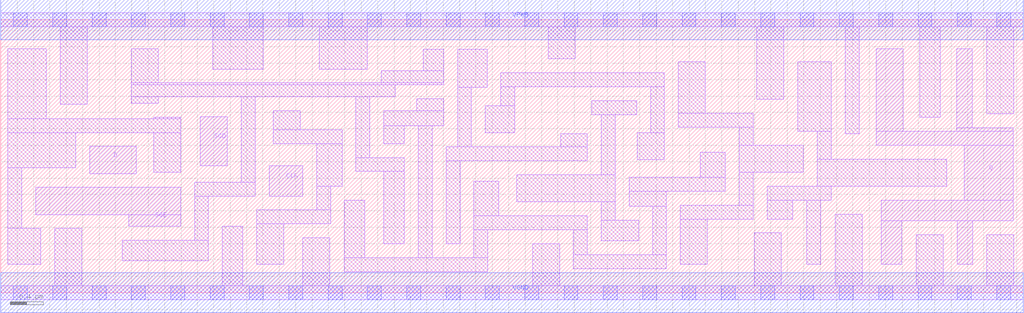
<source format=lef>
# Copyright 2020 The SkyWater PDK Authors
#
# Licensed under the Apache License, Version 2.0 (the "License");
# you may not use this file except in compliance with the License.
# You may obtain a copy of the License at
#
#     https://www.apache.org/licenses/LICENSE-2.0
#
# Unless required by applicable law or agreed to in writing, software
# distributed under the License is distributed on an "AS IS" BASIS,
# WITHOUT WARRANTIES OR CONDITIONS OF ANY KIND, either express or implied.
# See the License for the specific language governing permissions and
# limitations under the License.
#
# SPDX-License-Identifier: Apache-2.0

VERSION 5.7 ;
  NAMESCASESENSITIVE ON ;
  NOWIREEXTENSIONATPIN ON ;
  DIVIDERCHAR "/" ;
  BUSBITCHARS "[]" ;
UNITS
  DATABASE MICRONS 200 ;
END UNITS
MACRO sky130_fd_sc_ls__sdfxtp_4
  CLASS CORE ;
  SOURCE USER ;
  FOREIGN sky130_fd_sc_ls__sdfxtp_4 ;
  ORIGIN  0.000000  0.000000 ;
  SIZE  12.48000 BY  3.330000 ;
  SYMMETRY X Y ;
  SITE unit ;
  PIN D
    ANTENNAGATEAREA  0.159000 ;
    DIRECTION INPUT ;
    USE SIGNAL ;
    PORT
      LAYER li1 ;
        RECT 1.085000 1.455000 1.655000 1.785000 ;
    END
  END D
  PIN Q
    ANTENNADIFFAREA  1.149300 ;
    DIRECTION OUTPUT ;
    USE SIGNAL ;
    PORT
      LAYER li1 ;
        RECT 10.685000 1.800000 12.355000 1.970000 ;
        RECT 10.685000 1.970000 11.015000 2.980000 ;
        RECT 10.745000 0.350000 10.995000 0.880000 ;
        RECT 10.745000 0.880000 12.355000 1.130000 ;
        RECT 11.665000 1.970000 12.355000 2.015000 ;
        RECT 11.665000 2.015000 11.855000 2.980000 ;
        RECT 11.675000 0.350000 11.865000 0.880000 ;
        RECT 11.760000 1.130000 12.355000 1.800000 ;
    END
  END Q
  PIN SCD
    ANTENNAGATEAREA  0.159000 ;
    DIRECTION INPUT ;
    USE SIGNAL ;
    PORT
      LAYER li1 ;
        RECT 2.435000 1.550000 2.765000 2.150000 ;
    END
  END SCD
  PIN SCE
    ANTENNAGATEAREA  0.318000 ;
    DIRECTION INPUT ;
    USE SIGNAL ;
    PORT
      LAYER li1 ;
        RECT 0.425000 0.955000 2.195000 1.285000 ;
        RECT 1.565000 0.810000 2.195000 0.955000 ;
    END
  END SCE
  PIN CLK
    ANTENNAGATEAREA  0.279000 ;
    DIRECTION INPUT ;
    USE CLOCK ;
    PORT
      LAYER li1 ;
        RECT 3.275000 1.180000 3.685000 1.550000 ;
    END
  END CLK
  PIN VGND
    DIRECTION INOUT ;
    SHAPE ABUTMENT ;
    USE GROUND ;
    PORT
      LAYER met1 ;
        RECT 0.000000 -0.245000 12.480000 0.245000 ;
    END
  END VGND
  PIN VPWR
    DIRECTION INOUT ;
    SHAPE ABUTMENT ;
    USE POWER ;
    PORT
      LAYER met1 ;
        RECT 0.000000 3.085000 12.480000 3.575000 ;
    END
  END VPWR
  OBS
    LAYER li1 ;
      RECT  0.000000 -0.085000 12.480000 0.085000 ;
      RECT  0.000000  3.245000 12.480000 3.415000 ;
      RECT  0.085000  0.350000  0.490000 0.785000 ;
      RECT  0.085000  0.785000  0.255000 1.525000 ;
      RECT  0.085000  1.525000  0.915000 1.955000 ;
      RECT  0.085000  1.955000  2.195000 2.125000 ;
      RECT  0.085000  2.125000  0.555000 2.980000 ;
      RECT  0.660000  0.085000  0.990000 0.785000 ;
      RECT  0.725000  2.300000  1.055000 3.245000 ;
      RECT  1.480000  0.390000  2.535000 0.640000 ;
      RECT  1.595000  2.310000  1.925000 2.390000 ;
      RECT  1.595000  2.390000  4.815000 2.540000 ;
      RECT  1.595000  2.540000  5.405000 2.560000 ;
      RECT  1.595000  2.560000  1.925000 2.980000 ;
      RECT  1.865000  1.470000  2.195000 1.955000 ;
      RECT  1.865000  2.125000  2.195000 2.140000 ;
      RECT  2.365000  0.640000  2.535000 1.180000 ;
      RECT  2.365000  1.180000  3.105000 1.350000 ;
      RECT  2.585000  2.730000  3.205000 3.245000 ;
      RECT  2.705000  0.085000  2.955000 0.810000 ;
      RECT  2.935000  1.350000  3.105000 2.390000 ;
      RECT  3.125000  0.350000  3.455000 0.840000 ;
      RECT  3.125000  0.840000  4.025000 1.010000 ;
      RECT  3.325000  1.820000  4.165000 1.990000 ;
      RECT  3.325000  1.990000  3.655000 2.220000 ;
      RECT  3.685000  0.085000  4.015000 0.670000 ;
      RECT  3.855000  1.010000  4.025000 1.300000 ;
      RECT  3.855000  1.300000  4.165000 1.820000 ;
      RECT  3.885000  2.730000  4.475000 3.245000 ;
      RECT  4.195000  0.255000  5.945000 0.425000 ;
      RECT  4.195000  0.425000  4.445000 1.130000 ;
      RECT  4.335000  1.480000  4.925000 1.650000 ;
      RECT  4.335000  1.650000  4.505000 2.390000 ;
      RECT  4.645000  2.560000  5.405000 2.710000 ;
      RECT  4.675000  0.595000  4.925000 1.480000 ;
      RECT  4.675000  1.820000  4.925000 2.040000 ;
      RECT  4.675000  2.040000  5.405000 2.220000 ;
      RECT  5.075000  2.220000  5.405000 2.370000 ;
      RECT  5.095000  0.425000  5.265000 2.040000 ;
      RECT  5.155000  2.710000  5.405000 2.970000 ;
      RECT  5.435000  0.595000  5.605000 1.610000 ;
      RECT  5.435000  1.610000  7.160000 1.780000 ;
      RECT  5.575000  1.780000  5.745000 2.510000 ;
      RECT  5.575000  2.510000  5.935000 2.970000 ;
      RECT  5.775000  0.425000  5.945000 0.770000 ;
      RECT  5.775000  0.770000  7.160000 0.940000 ;
      RECT  5.775000  0.940000  6.075000 1.360000 ;
      RECT  5.915000  1.950000  6.275000 2.280000 ;
      RECT  6.105000  2.280000  6.275000 2.515000 ;
      RECT  6.105000  2.515000  8.100000 2.685000 ;
      RECT  6.295000  1.110000  7.500000 1.440000 ;
      RECT  6.490000  0.085000  6.820000 0.600000 ;
      RECT  6.680000  2.855000  7.010000 3.245000 ;
      RECT  6.835000  1.780000  7.160000 1.940000 ;
      RECT  6.990000  0.295000  8.125000 0.465000 ;
      RECT  6.990000  0.465000  7.160000 0.770000 ;
      RECT  7.215000  2.175000  7.760000 2.345000 ;
      RECT  7.330000  0.635000  7.785000 0.885000 ;
      RECT  7.330000  0.885000  7.500000 1.110000 ;
      RECT  7.330000  1.440000  7.500000 2.175000 ;
      RECT  7.670000  1.055000  8.125000 1.240000 ;
      RECT  7.670000  1.240000  8.845000 1.410000 ;
      RECT  7.770000  1.625000  8.100000 1.955000 ;
      RECT  7.930000  1.955000  8.100000 2.515000 ;
      RECT  7.955000  0.465000  8.125000 1.055000 ;
      RECT  8.270000  2.020000  9.185000 2.190000 ;
      RECT  8.270000  2.190000  8.600000 2.820000 ;
      RECT  8.295000  0.350000  8.625000 0.900000 ;
      RECT  8.295000  0.900000  9.185000 1.070000 ;
      RECT  8.535000  1.410000  8.845000 1.715000 ;
      RECT  9.015000  1.070000  9.185000 1.470000 ;
      RECT  9.015000  1.470000  9.795000 1.800000 ;
      RECT  9.015000  1.800000  9.185000 2.020000 ;
      RECT  9.195000  0.085000  9.525000 0.730000 ;
      RECT  9.225000  2.360000  9.555000 3.245000 ;
      RECT  9.355000  0.900000  9.665000 1.130000 ;
      RECT  9.355000  1.130000 10.135000 1.300000 ;
      RECT  9.730000  1.970000 10.135000 2.820000 ;
      RECT  9.835000  0.350000 10.005000 1.130000 ;
      RECT  9.965000  1.300000 11.545000 1.630000 ;
      RECT  9.965000  1.630000 10.135000 1.970000 ;
      RECT 10.185000  0.085000 10.515000 0.960000 ;
      RECT 10.305000  1.940000 10.475000 3.245000 ;
      RECT 11.175000  0.085000 11.505000 0.710000 ;
      RECT 11.215000  2.140000 11.465000 3.245000 ;
      RECT 12.035000  0.085000 12.365000 0.710000 ;
      RECT 12.035000  2.185000 12.365000 3.245000 ;
    LAYER mcon ;
      RECT  0.155000 -0.085000  0.325000 0.085000 ;
      RECT  0.155000  3.245000  0.325000 3.415000 ;
      RECT  0.635000 -0.085000  0.805000 0.085000 ;
      RECT  0.635000  3.245000  0.805000 3.415000 ;
      RECT  1.115000 -0.085000  1.285000 0.085000 ;
      RECT  1.115000  3.245000  1.285000 3.415000 ;
      RECT  1.595000 -0.085000  1.765000 0.085000 ;
      RECT  1.595000  3.245000  1.765000 3.415000 ;
      RECT  2.075000 -0.085000  2.245000 0.085000 ;
      RECT  2.075000  3.245000  2.245000 3.415000 ;
      RECT  2.555000 -0.085000  2.725000 0.085000 ;
      RECT  2.555000  3.245000  2.725000 3.415000 ;
      RECT  3.035000 -0.085000  3.205000 0.085000 ;
      RECT  3.035000  3.245000  3.205000 3.415000 ;
      RECT  3.515000 -0.085000  3.685000 0.085000 ;
      RECT  3.515000  3.245000  3.685000 3.415000 ;
      RECT  3.995000 -0.085000  4.165000 0.085000 ;
      RECT  3.995000  3.245000  4.165000 3.415000 ;
      RECT  4.475000 -0.085000  4.645000 0.085000 ;
      RECT  4.475000  3.245000  4.645000 3.415000 ;
      RECT  4.955000 -0.085000  5.125000 0.085000 ;
      RECT  4.955000  3.245000  5.125000 3.415000 ;
      RECT  5.435000 -0.085000  5.605000 0.085000 ;
      RECT  5.435000  3.245000  5.605000 3.415000 ;
      RECT  5.915000 -0.085000  6.085000 0.085000 ;
      RECT  5.915000  3.245000  6.085000 3.415000 ;
      RECT  6.395000 -0.085000  6.565000 0.085000 ;
      RECT  6.395000  3.245000  6.565000 3.415000 ;
      RECT  6.875000 -0.085000  7.045000 0.085000 ;
      RECT  6.875000  3.245000  7.045000 3.415000 ;
      RECT  7.355000 -0.085000  7.525000 0.085000 ;
      RECT  7.355000  3.245000  7.525000 3.415000 ;
      RECT  7.835000 -0.085000  8.005000 0.085000 ;
      RECT  7.835000  3.245000  8.005000 3.415000 ;
      RECT  8.315000 -0.085000  8.485000 0.085000 ;
      RECT  8.315000  3.245000  8.485000 3.415000 ;
      RECT  8.795000 -0.085000  8.965000 0.085000 ;
      RECT  8.795000  3.245000  8.965000 3.415000 ;
      RECT  9.275000 -0.085000  9.445000 0.085000 ;
      RECT  9.275000  3.245000  9.445000 3.415000 ;
      RECT  9.755000 -0.085000  9.925000 0.085000 ;
      RECT  9.755000  3.245000  9.925000 3.415000 ;
      RECT 10.235000 -0.085000 10.405000 0.085000 ;
      RECT 10.235000  3.245000 10.405000 3.415000 ;
      RECT 10.715000 -0.085000 10.885000 0.085000 ;
      RECT 10.715000  3.245000 10.885000 3.415000 ;
      RECT 11.195000 -0.085000 11.365000 0.085000 ;
      RECT 11.195000  3.245000 11.365000 3.415000 ;
      RECT 11.675000 -0.085000 11.845000 0.085000 ;
      RECT 11.675000  3.245000 11.845000 3.415000 ;
      RECT 12.155000 -0.085000 12.325000 0.085000 ;
      RECT 12.155000  3.245000 12.325000 3.415000 ;
  END
END sky130_fd_sc_ls__sdfxtp_4

</source>
